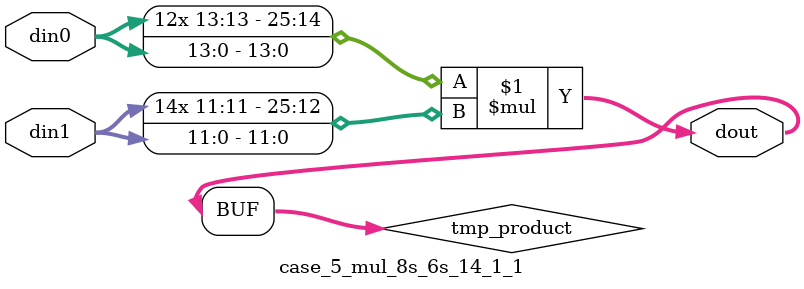
<source format=v>

`timescale 1 ns / 1 ps

 (* use_dsp = "no" *)  module case_5_mul_8s_6s_14_1_1(din0, din1, dout);
parameter ID = 1;
parameter NUM_STAGE = 0;
parameter din0_WIDTH = 14;
parameter din1_WIDTH = 12;
parameter dout_WIDTH = 26;

input [din0_WIDTH - 1 : 0] din0; 
input [din1_WIDTH - 1 : 0] din1; 
output [dout_WIDTH - 1 : 0] dout;

wire signed [dout_WIDTH - 1 : 0] tmp_product;



























assign tmp_product = $signed(din0) * $signed(din1);








assign dout = tmp_product;





















endmodule

</source>
